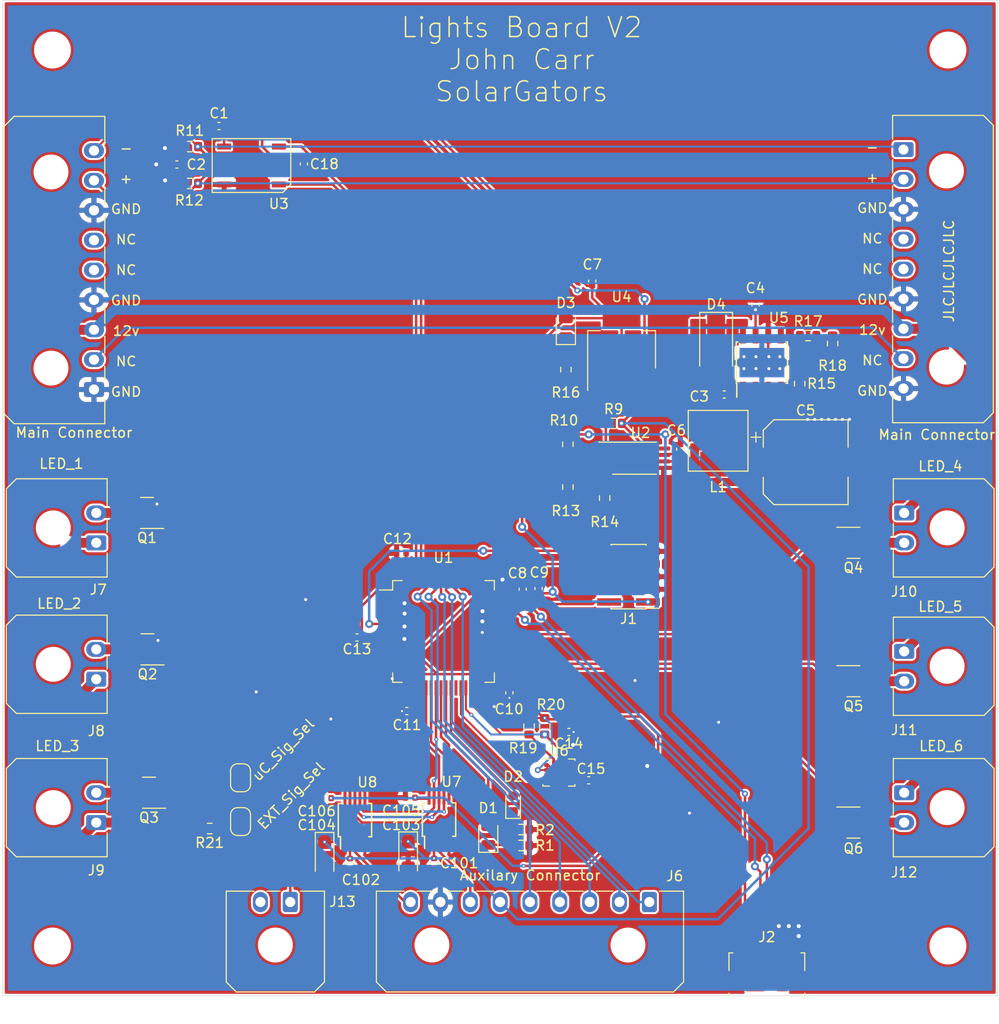
<source format=kicad_pcb>
(kicad_pcb (version 20211014) (generator pcbnew)
  (layers (0 "F.Cu" signal) (31 "B.Cu" signal) (34 "B.Paste" user) (35 "F.Paste" user) (36 "B.SilkS" user "B.Silkscreen") (37 "F.SilkS" user "F.Silkscreen") (38 "B.Mask" user) (39 "F.Mask" user) (44 "Edge.Cuts" user))
  (net 0 "")
  (net 1 "GND")
  (net 2 "Net-(C2-Pad1)")
  (net 3 "Net-(C3-Pad2)")
  (net 4 "Net-(C3-Pad1)")
  (net 5 "/5v_Reg")
  (net 6 "+5V")
  (net 7 "+3V3")
  (net 8 "/Board_OK")
  (net 9 "Net-(D1-Pad1)")
  (net 10 "/Error")
  (net 11 "Net-(D2-Pad1)")
  (net 12 "Net-(D3-Pad1)")
  (net 13 "/NRST")
  (net 14 "/TCK")
  (net 15 "/TMS")
  (net 17 "/D+")
  (net 18 "/D-")
  (net 19 "/5v_USB")
  (net 20 "/12v_T")
  (net 21 "/CAN-")
  (net 22 "/CAN+")
  (net 23 "/Aux_C5")
  (net 24 "/Aux_C4")
  (net 25 "/Aux_C3")
  (net 26 "/Aux_C2")
  (net 27 "/Aux_C1")
  (net 28 "/LED_1")
  (net 29 "/LED_2")
  (net 30 "/LED_3")
  (net 31 "/LED_4")
  (net 32 "/LED_5")
  (net 33 "/LED_6")
  (net 34 "/LED1_EN")
  (net 35 "/LED2_EN")
  (net 36 "/LED3_EN")
  (net 37 "/LED4_EN")
  (net 38 "/LED5_EN")
  (net 39 "/LED6_EN")
  (net 40 "/PWR_STAT")
  (net 41 "/VSNS")
  (net 42 "Net-(R14-Pad1)")
  (net 43 "/VSENSE")
  (net 44 "/TXD")
  (net 45 "/RXD")
  (net 46 "/EXT")
  (net 47 "/LED3_EN_uC")
  (net 48 "/INT1_IMU")
  (net 50 "Net-(R17-Pad2)")
  (net 51 "/SDA_IMU")
  (net 52 "/SCL_IMU")
  (net 54 "+12V")
  (net 55 "/Break")
  (net 56 "/Throttle")
  (net 57 "/ADC_MISO")
  (net 58 "/ADC_Clk")
  (net 59 "/Throttle_CS")
  (net 60 "/Break_CS")
  (net 63 "unconnected-(J2-Pad6)")
  (net 85 "/ADC_MOSI")
  (footprint "Capacitor_SMD:C_0402_1005Metric" (layer "F.Cu") (at 117.5 66.5 180)
    (fp_text reference "C2")
    (fp_text value "100nF")
  )
  (footprint "Capacitor_SMD:C_0402_1005Metric" (layer "F.Cu") (at 172.515 89.6)
    (fp_text reference "C3")
    (fp_text value "0.01uF")
  )
  (footprint "Capacitor_SMD:C_0402_1005Metric" (layer "F.Cu") (at 175.66 80.595 90)
    (fp_text reference "C4")
    (fp_text value "100nF")
  )
  (footprint "Capacitor_SMD:CP_Elec_8x5.4" (layer "F.Cu") (at 180.7 96.4)
    (fp_text reference "C5")
    (fp_text value "220uF")
  )
  (footprint "Capacitor_SMD:C_0402_1005Metric" (layer "F.Cu") (at 168.1 95.1 90)
    (fp_text reference "C6")
    (fp_text value "1uF")
  )
  (footprint "Capacitor_SMD:C_0402_1005Metric" (layer "F.Cu") (at 159.25 78.2 90)
    (fp_text reference "C7")
    (fp_text value "1uF")
  )
  (footprint "LED_SMD:LED_0805_2012Metric" (layer "F.Cu") (at 148.8 133.9 90)
    (fp_text reference "D1")
    (fp_text value "Board OK")
  )
  (footprint "LED_SMD:LED_0603_1608Metric" (layer "F.Cu") (at 151.3 130.7 90)
    (fp_text reference "D2")
    (fp_text value "Error")
  )
  (footprint "LED_SMD:LED_0805_2012Metric" (layer "F.Cu") (at 156.6 82.9 90)
    (fp_text reference "D3")
    (fp_text value "Brd_ON")
  )
  (footprint "Diode_SMD:D_SMA" (layer "F.Cu") (at 171.7 84.75 -90)
    (fp_text reference "D4")
    (fp_text value "SS54")
  )
  (footprint "MountingHole:MountingHole_3.2mm_M3" (layer "F.Cu") (at 105 55)
    (fp_text reference "H1" hide)
    (fp_text value "MountingHole")
  )
  (footprint "MountingHole:MountingHole_3.2mm_M3" (layer "F.Cu") (at 195 55)
    (fp_text reference "H2" hide)
    (fp_text value "MountingHole")
  )
  (footprint "MountingHole:MountingHole_3.2mm_M3" (layer "F.Cu") (at 195 145)
    (fp_text reference "H3" hide)
    (fp_text value "MountingHole")
  )
  (footprint "Connector_PinHeader_1.27mm:PinHeader_2x05_P1.27mm_Vertical_SMD" (layer "F.Cu") (at 162.9 107.9 180)
    (fp_text reference "J1")
    (fp_text value "Conn_ARM_JTAG_SWD_10")
  )
  (footprint "Connector_USB:USB_Micro-B_Molex_47346-0001" (layer "F.Cu") (at 176.8 147.4)
    (fp_text reference "J2")
    (fp_text value "USB_B_Micro")
  )
  (footprint "Connector_Molex:Molex_Micro-Fit_3.0_43650-0900_1x09_P3.00mm_Horizontal" (layer "F.Cu") (at 190.53 65 -90)
    (fp_text reference "J3" hide)
    (fp_text value "Main Connection")
  )
  (footprint "Connector_Molex:Molex_Micro-Fit_3.0_43650-0900_1x09_P3.00mm_Horizontal" (layer "F.Cu") (at 164.99 140.58 180)
    (fp_text reference "J6")
    (fp_text value "MCU Interface")
  )
  (footprint "Connector_Molex:Molex_Micro-Fit_3.0_43650-0200_1x02_P3.00mm_Horizontal" (layer "F.Cu") (at 109.4 104.5 90)
    (fp_text reference "J7")
    (fp_text value "LED 1")
  )
  (footprint "Connector_Molex:Molex_Micro-Fit_3.0_43650-0200_1x02_P3.00mm_Horizontal" (layer "F.Cu") (at 109.4 118.2 90)
    (fp_text reference "J8")
    (fp_text value "LED 2")
  )
  (footprint "Connector_Molex:Molex_Micro-Fit_3.0_43650-0200_1x02_P3.00mm_Horizontal" (layer "F.Cu") (at 109.4 132.6 90)
    (fp_text reference "J9")
    (fp_text value "LED 3")
  )
  (footprint "JohnLib:L_Panasonic_YFP" (layer "F.Cu") (at 171.9 96.6 90)
    (fp_text reference "L1")
    (fp_text value "22uH")
  )
  (footprint "Resistor_SMD:R_0603_1608Metric" (layer "F.Cu") (at 152.1 133.3 180)
    (fp_text reference "R2")
    (fp_text value "200")
  )
  (footprint "Resistor_SMD:R_0603_1608Metric" (layer "F.Cu") (at 161.4 92.5)
    (fp_text reference "R9")
    (fp_text value "10k")
  )
  (footprint "Resistor_SMD:R_0603_1608Metric" (layer "F.Cu") (at 156.8 94.6 -90)
    (fp_text reference "R10")
    (fp_text value "10k")
  )
  (footprint "Resistor_SMD:R_0603_1608Metric" (layer "F.Cu") (at 118.8125 64.7 180)
    (fp_text reference "R11")
    (fp_text value "60")
  )
  (footprint "Resistor_SMD:R_0603_1608Metric" (layer "F.Cu") (at 118.8 68.4 180)
    (fp_text reference "R12")
    (fp_text value "60")
  )
  (footprint "Resistor_SMD:R_0603_1608Metric" (layer "F.Cu") (at 156.8 98.9 -90)
    (fp_text reference "R13")
    (fp_text value "10k")
  )
  (footprint "Resistor_SMD:R_0603_1608Metric" (layer "F.Cu") (at 160.5 100 -90)
    (fp_text reference "R14")
    (fp_text value "220")
  )
  (footprint "Resistor_SMD:R_0603_1608Metric" (layer "F.Cu") (at 156.6 87.1 -90)
    (fp_text reference "R16")
    (fp_text value "10k")
  )
  (footprint "Resistor_SMD:R_0603_1608Metric" (layer "F.Cu") (at 180.94 83.68)
    (fp_text reference "R17")
    (fp_text value "2.2k")
  )
  (footprint "Package_SO:TI_SO-PowerPAD-8_ThermalVias" (layer "F.Cu") (at 176.3 86.4 90)
    (fp_text reference "U5")
    (fp_text value "TPS5430DDA")
  )
  (footprint "MountingHole:MountingHole_3.2mm_M3" (layer "F.Cu") (at 105 145)
    (fp_text reference "H4" hide)
    (fp_text value "MountingHole")
  )
  (footprint "Package_QFP:LQFP-64_10x10mm_P0.5mm" (layer "F.Cu") (at 144.3 113.4)
    (fp_text reference "U1")
    (fp_text value "STM32F072RBTx")
  )
  (footprint "Package_TO_SOT_SMD:SOT-223-3_TabPin2" (layer "F.Cu") (at 162.2 85.1 90)
    (fp_text reference "U4")
    (fp_text value "AMS1117-5.0")
  )
  (footprint "Package_SO:TSSOP-8_4.4x3mm_P0.65mm" (layer "F.Cu") (at 163.5 96)
    (fp_text reference "U2")
    (fp_text value "TPS2113")
  )
  (footprint "JohnLib:SOIC-8" (layer "F.Cu") (at 125 66.6 90)
    (fp_text reference "U3")
    (fp_text value "TCAN1042xV")
  )
  (footprint "Resistor_SMD:R_0603_1608Metric" (layer "F.Cu") (at 152.1 134.9 180)
    (fp_text reference "R1")
    (fp_text value "200")
  )
  (footprint "Connector_Molex:Molex_Micro-Fit_3.0_43650-0200_1x02_P3.00mm_Horizontal" (layer "F.Cu") (at 190.6 115.4 -90)
    (fp_text reference "J11")
    (fp_text value "LED 5")
  )
  (footprint "Connector_Molex:Molex_Micro-Fit_3.0_43650-0200_1x02_P3.00mm_Horizontal" (layer "F.Cu") (at 190.6 101.5 -90)
    (fp_text reference "J10")
    (fp_text value "LED 4")
  )
  (footprint "Connector_Molex:Molex_Micro-Fit_3.0_43650-0200_1x02_P3.00mm_Horizontal" (layer "F.Cu") (at 190.6 129.6 -90)
    (fp_text reference "J12")
    (fp_text value "LED 6")
  )
  (footprint "Connector_Molex:Molex_Micro-Fit_3.0_43650-0900_1x09_P3.00mm_Horizontal" (layer "F.Cu") (at 109.17 89.1 90)
    (fp_text reference "J5" hide)
    (fp_text value "Main Connection")
  )
  (footprint "Connector_Molex:Molex_Micro-Fit_3.0_43650-0200_1x02_P3.00mm_Horizontal" (layer "F.Cu") (at 128.9 140.58 180)
    (fp_text reference "J13")
    (fp_text value "OD_In")
  )
  (footprint "Jumper:SolderJumper-2_P1.3mm_Open_RoundedPad1.0x1.5mm" (layer "F.Cu") (at 123.9 128.1 90)
    (fp_text reference "JP3" hide)
    (fp_text value "LED_uC")
  )
  (footprint "Jumper:SolderJumper-2_P1.3mm_Open_RoundedPad1.0x1.5mm" (layer "F.Cu") (at 123.9 132.5 -90)
    (fp_text reference "JP4" hide)
    (fp_text value "LED_Ext")
  )
  (footprint "Resistor_SMD:R_0603_1608Metric" (layer "F.Cu") (at 120.8 133.2 180)
    (fp_text reference "R21")
    (fp_text value "150k")
  )
  (footprint "Capacitor_SMD:C_0402_1005Metric" (layer "F.Cu") (at 121.735 62.64 180)
    (fp_text reference "C1")
    (fp_text value "100nF")
  )
  (footprint "Capacitor_SMD:C_0402_1005Metric" (layer "F.Cu") (at 152.26 109.16 90)
    (fp_text reference "C8")
    (fp_text value "10nF")
  )
  (footprint "Capacitor_SMD:C_0402_1005Metric" (layer "F.Cu") (at 153.85 109.085 90)
    (fp_text reference "C9")
    (fp_text value "1uF")
  )
  (footprint "Capacitor_SMD:C_0402_1005Metric" (layer "F.Cu") (at 150.92 119.565 -90)
    (fp_text reference "C10")
    (fp_text value "100nF")
  )
  (footprint "Capacitor_SMD:C_0402_1005Metric" (layer "F.Cu") (at 140.065 105.56 180)
    (fp_text reference "C12")
    (fp_text value "100nF")
  )
  (footprint "Capacitor_SMD:C_0402_1005Metric" (layer "F.Cu") (at 135.605 114.01 180)
    (fp_text reference "C13")
    (fp_text value "4.7uF")
  )
  (footprint "Capacitor_SMD:C_0402_1005Metric" (layer "F.Cu") (at 140.615 121.4 180)
    (fp_text reference "C11")
    (fp_text value "100nF")
  )
  (footprint "Resistor_SMD:R_0603_1608Metric" (layer "F.Cu") (at 183.41 84.4825 -90)
    (fp_text reference "R18")
    (fp_text value "1K")
  )
  (footprint "Package_TO_SOT_SMD:SOT-23" (layer "F.Cu") (at 114.5 101.5 180)
    (fp_text reference "Q1")
    (fp_text value "AO3400A")
  )
  (footprint "Package_TO_SOT_SMD:SOT-23" (layer "F.Cu") (at 114.55 115.2 180)
    (fp_text reference "Q2")
    (fp_text value "AO3400A")
  )
  (footprint "Package_TO_SOT_SMD:SOT-23" (layer "F.Cu") (at 114.7 129.6 180)
    (fp_text reference "Q3")
    (fp_text value "AO3400A")
  )
  (footprint "Package_TO_SOT_SMD:SOT-23" (layer "F.Cu") (at 185.5 104.5)
    (fp_text reference "Q4")
    (fp_text value "AO3400A")
  )
  (footprint "Package_TO_SOT_SMD:SOT-23" (layer "F.Cu") (at 185.5 118.4)
    (fp_text reference "Q5")
    (fp_text value "AO3400A")
  )
  (footprint "Package_TO_SOT_SMD:SOT-23" (layer "F.Cu") (at 185.5 132.6)
    (fp_text reference "Q6")
    (fp_text value "AO3400A")
  )
  (footprint "Capacitor_SMD:C_0402_1005Metric" (layer "F.Cu") (at 130.27 66.445 -90)
    (fp_text reference "C18")
    (fp_text value "100nF")
  )
  (footprint "Resistor_SMD:R_0603_1608Metric" (layer "F.Cu") (at 180.1 88.5125 90)
    (fp_text reference "R15")
    (fp_text value "10k")
  )
  (footprint "Capacitor_Tantalum_SMD:CP_EIA-3216-18_Kemet-A" (layer "F.Cu") (at 140.75 135.85 -90)
    (fp_text reference "C103")
    (fp_text value "10uF")
  )
  (footprint "Package_SO:MSOP-10_3x3mm_P0.5mm" (layer "F.Cu") (at 135.4 132.35 90)
    (fp_text reference "U8")
    (fp_text value "MCP33151")
  )
  (footprint "Capacitor_SMD:C_0402_1005Metric" (layer "F.Cu") (at 156.905 123.5 180)
    (fp_text reference "C14")
    (fp_text value "10nF")
  )
  (footprint "Resistor_SMD:R_0603_1608Metric" (layer "F.Cu") (at 154.475 122.925 -90)
    (fp_text reference "R20")
    (fp_text value "2.2k")
  )
  (footprint "Capacitor_SMD:C_0402_1005Metric" (layer "F.Cu") (at 158.895 128.35)
    (fp_text reference "C15")
    (fp_text value "100nF")
  )
  (footprint "Resistor_SMD:R_0603_1608Metric" (layer "F.Cu") (at 152.9 122.925 -90)
    (fp_text reference "R19")
    (fp_text value "2.2k")
  )
  (footprint "Capacitor_Tantalum_SMD:CP_EIA-3216-18_Kemet-A" (layer "F.Cu") (at 132.35 135.9 -90)
    (fp_text reference "C104")
    (fp_text value "10uF")
  )
  (footprint "Package_SO:MSOP-10_3x3mm_P0.5mm" (layer "F.Cu") (at 143.85 132.3 90)
    (fp_text reference "U7")
    (fp_text value "MCP33151")
  )
  (footprint "Package_LGA:LGA-14_3x2.5mm_P0.5mm_LayoutBorder3x4y" (layer "F.Cu") (at 155.9 127.575)
    (fp_text reference "U6")
    (fp_text value "LSM6DS3")
  )
  (footprint "Capacitor_SMD:C_0402_1005Metric" (layer "F.Cu") (at 132.53 130.15)
    (fp_text reference "C106")
    (fp_text value "100nF")
  )
  (footprint "Capacitor_SMD:C_0402_1005Metric" (layer "F.Cu") (at 143.35 136.68 -90)
    (fp_text reference "C101")
    (fp_text value "1uF")
  )
  (footprint "Capacitor_SMD:C_0402_1005Metric" (layer "F.Cu") (at 140.95 130.1)
    (fp_text reference "C105")
    (fp_text value "100nF")
  )
  (footprint "Capacitor_SMD:C_0402_1005Metric" (layer "F.Cu") (at 134.9 136.7 -90)
    (fp_text reference "C102")
    (fp_text value "1uF")
  )
  (gr_line (start 100 50) (end 100 150) (layer "Edge.Cuts") (width 0.05))
  (gr_line (start 100 150) (end 200 150) (layer "Edge.Cuts") (width 0.05))
  (gr_line (start 200 50) (end 100 50) (layer "Edge.Cuts") (width 0.05))
  (gr_line (start 200 150) (end 200 50) (layer "Edge.Cuts") (width 0.05))
  (gr_text "Main Connector" (at 193.88 93.64) (layer "F.SilkS") (effects (font (size 1 1))))
  (gr_text "LED_6" (at 194.33 124.91) (layer "F.SilkS") (effects (font (size 1 1))))
  (gr_text "EXT_Sig_Sel" (at 129 129.9 45) (layer "F.SilkS") (effects (font (size 1 1))))
  (gr_text "uC_Sig_Sel" (at 128.2 125.3 45) (layer "F.SilkS") (effects (font (size 1 1))))
  (gr_text "JLCJLCJLCJLC" (at 195.1 77.2 90) (layer "F.SilkS") (effects (font (size 1 1))))
  (gr_text "Lights Board V2\nJohn Carr\nSolarGators" (at 152.15 55.95) (layer "F.SilkS") (effects (font (size 2 2))))
  (gr_text "Main Connector" (at 107.16 93.43) (layer "F.SilkS") (effects (font (size 1 1))))
  (gr_text "LED_3" (at 105.5 124.91) (layer "F.SilkS") (effects (font (size 1 1))))
  (gr_text "LED_2" (at 105.68 110.6) (layer "F.SilkS") (effects (font (size 1 1))))
  (gr_text "-\n\n+\n\nGND\n\nNC\n\nNC\n\nGND\n\n12v\n\nNC\n\nGND\n" (at 112.4 77.1) (layer "F.SilkS") (effects (font (size 0.95 1))))
  (gr_text "LED_5" (at 194.24 110.91) (layer "F.SilkS") (effects (font (size 1 1))))
  (gr_text "-\n\n+\n\nGND\n\nNC\n\nNC\n\nGND\n\n12v\n\nNC\n\nGND\n" (at 187.4 77) (layer "F.SilkS") (effects (font (size 0.95 1))))
  (gr_text "LED_4" (at 194.24 96.81) (layer "F.SilkS") (effects (font (size 1 1))))
  (gr_text "LED_1" (at 105.9 96.55) (layer "F.SilkS") (effects (font (size 1 1))))
  (gr_text "Auxilary Connector" (at 153.01 137.9) (layer "F.SilkS") (effects (font (size 1 1))))
  (segment (start 156.4 129.375) (end 156.225 129.55) (width 0.2) (layer "F.Cu") (net 1))
  (segment (start 176.935 83.7) (end 176.935 85.765) (width 0.25) (layer "F.Cu") (net 1))
  (segment (start 156.4 128.4875) (end 156.4 129.375) (width 0.2) (layer "F.Cu") (net 1))
  (via (at 180 144) (size 0.8) (drill 0.4) (layers "F.Cu" "B.Cu") (net 1))
  (via (at 148.21 112.39) (size 0.8) (drill 0.4) (layers "F.Cu" "B.Cu") (net 1))
  (via (at 184.4 92.1) (size 0.6) (drill 0.3) (layers "F.Cu" "B.Cu") (net 1))
  (via (at 116.3 64.85) (size 0.8) (drill 0.4) (layers "F.Cu" "B.Cu") (net 1))
  (via (at 183.7 92.1) (size 0.6) (drill 0.3) (layers "F.Cu" "B.Cu") (net 1))
  (via (at 150.23 108.19) (size 0.8) (drill 0.4) (layers "F.Cu" "B.Cu") (net 1))
  (via (at 115.6 114.3) (size 0.6) (drill 0.3) (layers "F.Cu" "B.Cu") (net 1))
  (via (at 157.375 123.5) (size 0.4) (drill 0.2) (layers "F.Cu" "B.Cu") (net 1))
  (via (at 163.55 118.325) (size 0.6) (drill 0.3) (layers "F.Cu" "B.Cu") (net 1))
  (via (at 157.325 124.8) (size 0.8) (drill 0.4) (layers "F.Cu" "B.Cu") (net 1))
  (via (at 178 143) (size 0.8) (drill 0.4) (layers "F.Cu" "B.Cu") (net 1))
  (via (at 140.125 121.4) (size 0.4) (drill 0.2) (layers "F.Cu" "B.Cu") (net 1))
  (via (at 132.975 122.2) (size 0.6) (drill 0.3) (layers "F.Cu" "B.Cu") (net 1))
  (via (at 139.15 118.15) (size 0.6) (drill 0.3) (layers "F.Cu" "B.Cu") (net 1))
  (via (at 148.2 113.5) (size 0.6) (drill 0.3) (layers "F.Cu" "B.Cu") (net 1))
  (via (at 185.1 92.1) (size 0.6) (drill 0.3) (layers "F.Cu" "B.Cu") (net 1))
  (via (at 125.475 119.475) (size 0.6) (drill 0.3) (layers "F.Cu" "B.Cu") (net 1))
  (via (at 180 143) (size 0.8) (drill 0.4) (layers "F.Cu" "B.Cu") (net 1))
  (via (at 116.32 68.1) (size 0.8) (drill 0.4) (layers "F.Cu" "B.Cu") (net 1))
  (via (at 183 92.1) (size 0.6) (drill 0.3) (layers "F.Cu" "B.Cu") (net 1))
  (via (at 140.38 110.57) (size 0.8) (drill 0.4) (layers "F.Cu" "B.Cu") (net 1))
  (via (at 171.95 122.525) (size 0.6) (drill 0.3) (layers "F.Cu" "B.Cu") (net 1))
  (via (at 149.4 120.95) (size 0.6) (drill 0.3) (layers "F.Cu" "B.Cu") (net 1))
  (via (at 181.6 92.1) (size 0.6) (drill 0.3) (layers "F.Cu" "B.Cu") (net 1))
  (via (at 140.39 111.61) (size 0.8) (drill 0.4) (layers "F.Cu" "B.Cu") (net 1))
  (via (at 140.37 114.16) (size 0.8) (drill 0.4) (layers "F.Cu" "B.Cu") (net 1))
  (via (at 150.925 120.075) (size 0.4) (drill 0.2) (layers "F.Cu" "B.Cu") (net 1))
  (via (at 148.22 111.37) (size 0.8) (drill 0.4) (layers "F.Cu" "B.Cu") (net 1))
  (via (at 179 143) (size 0.8) (drill 0.4) (layers "F.Cu" "B.Cu") (net 1))
  (via (at 164.78 126.91) (size 0.8) (drill 0.4) (layers "F.Cu" "B.Cu") (net 1))
  (via (at 169.025 131.65) (size 0.6) (drill 0.3) (layers "F.Cu" "B.Cu") (net 1))
  (via (at 115.43 66.49) (size 0.8) (drill 0.4) (layers "F.Cu" "B.Cu") (net 1))
  (via (at 115.5 100.6) (size 0.6) (drill 0.3) (layers "F.Cu" "B.Cu") (net 1))
  (via (at 130.45 110.2) (size 0.6) (drill 0.3) (layers "F.Cu" "B.Cu") (net 1))
  (via (at 180.9 92.1) (size 0.6) (drill 0.3) (layers "F.Cu" "B.Cu") (net 1))
  (via (at 140.38 112.9) (size 0.8) (drill 0.4) (layers "F.Cu" "B.Cu") (net 1))
  (via (at 182.3 92.1) (size 0.6) (drill 0.3) (layers "F.Cu" "B.Cu") (net 1))
  (segment (start 117.985 66.5) (end 117.985 64.74) (width 0.25) (layer "F.Cu") (net 2))
  (segment (start 118.0125 68.4) (end 118.0125 66.5275) (width 0.25) (layer "F.Cu") (net 2))
  (segment (start 172.995 89.6) (end 173.895 89.6) (width 0.25) (layer "F.Cu") (net 3))
  (segment (start 173.895 89.6) (end 174.395 89.1) (width 0.25) (layer "F.Cu") (net 3))
  (segment (start 166.45 96.325) (end 171.625 96.325) (width 0.25) (layer "F.Cu") (net 5))
  (segment (start 180.1 96.7) (end 180.1 89.3) (width 0.25) (layer "F.Cu") (net 5))
  (segment (start 178.15 96.9) (end 179.9 96.9) (width 0.25) (layer "F.Cu") (net 5))
  (segment (start 179.9 96.9) (end 180.1 96.7) (width 0.25) (layer "F.Cu") (net 5))
  (segment (start 162.19375 92.49375) (end 164.5 90.1875) (width 0.25) (layer "F.Cu") (net 6))
  (segment (start 143.35 136.2) (end 143.35 134.5) (width 0.25) (layer "F.Cu") (net 6))
  (segment (start 132.35 134.55) (end 134.4 134.55) (width 0.25) (layer "F.Cu") (net 6))
  (segment (start 126.07 64.06) (end 126.48 63.65) (width 0.25) (layer "F.Cu") (net 6))
  (segment (start 164.5 80.02) (end 164.5 88.25) (width 0.25) (layer "F.Cu") (net 6))
  (segment (start 166.45 95.675) (end 165.3625 95.675) (width 0.25) (layer "F.Cu") (net 6))
  (segment (start 130.265 65.965) (end 127.75 65.965) (width 0.25) (layer "F.Cu") (net 6))
  (segment (start 164.51 80.01) (end 164.5 80.02) (width 0.25) (layer "F.Cu") (net 6))
  (segment (start 127.35 65.965) (end 126.07 64.685) (width 0.25) (layer "F.Cu") (net 6))
  (segment (start 168.2 95.585) (end 166.54 95.585) (width 0.25) (layer "F.Cu") (net 6))
  (segment (start 164.5 90.1875) (end 164.5 88.25) (width 0.25) (layer "F.Cu") (net 6))
  (segment (start 142.25 63.65) (end 157.749999 79.149999) (width 0.25) (layer "F.Cu") (net 6))
  (segment (start 126.07 64.685) (end 126.07 64.06) (width 0.25) (layer "F.Cu") (net 6))
  (segment (start 134.9 136.2) (end 134.9 134.55) (width 0.25) (layer "F.Cu") (net 6))
  (segment (start 140.75 134.5) (end 142.85 134.5) (width 0.25) (layer "F.Cu") (net 6))
  (segment (start 126.48 63.65) (end 142.25 63.65) (width 0.25) (layer "F.Cu") (net 6))
  (segment (start 165.3625 95.675) (end 162.1875 92.5) (width 0.25) (layer "F.Cu") (net 6))
  (via (at 132.35 134.55) (size 0.4) (drill 0.2) (layers "F.Cu" "B.Cu") (net 6))
  (via (at 140.75 134.5) (size 0.4) (drill 0.2) (layers "F.Cu" "B.Cu") (net 6))
  (via (at 157.749999 79.149999) (size 0.6) (drill 0.3) (layers "F.Cu" "B.Cu") (net 6))
  (via (at 164.51 80.01) (size 0.8) (drill 0.4) (layers "F.Cu" "B.Cu") (net 6))
  (via (at 162.19375 92.49375) (size 0.6) (drill 0.3) (layers "F.Cu" "B.Cu") (net 6))
  (via (at 143.35 136.2) (size 0.4) (drill 0.2) (layers "F.Cu" "B.Cu") (net 6))
  (via (at 134.9 136.2) (size 0.4) (drill 0.2) (layers "F.Cu" "B.Cu") (net 6))
  (segment (start 164.51 80.01) (end 164.51 79.99) (width 0.25) (layer "B.Cu") (net 6))
  (segment (start 181 106.926998) (end 181 133.173002) (width 0.25) (layer "B.Cu") (net 6))
  (segment (start 166.566752 92.49375) (end 181 106.926998) (width 0.25) (layer "B.Cu") (net 6))
  (segment (start 151.7 142.3) (end 149.99 140.59) (width 0.25) (layer "B.Cu") (net 6))
  (segment (start 142.45 136.2) (end 140.75 134.5) (width 0.25) (layer "B.Cu") (net 6))
  (segment (start 134 136.2) (end 134.9 136.2) (width 0.25) (layer "B.Cu") (net 6))
  (segment (start 132.35 134.55) (end 134 136.2) (width 0.25) (layer "B.Cu") (net 6))
  (segment (start 163.669999 79.149999) (end 157.749999 79.149999) (width 0.25) (layer "B.Cu") (net 6))
  (segment (start 134.9 136.2) (end 145.61 136.2) (width 0.25) (layer "B.Cu") (net 6))
  (segment (start 171.873002 142.3) (end 151.7 142.3) (width 0.25) (layer "B.Cu") (net 6))
  (segment (start 162.19375 92.49375) (end 166.566752 92.49375) (width 0.25) (layer "B.Cu") (net 6))
  (segment (start 181 133.173002) (end 171.873002 142.3) (width 0.25) (layer "B.Cu") (net 6))
  (segment (start 164.51 79.99) (end 163.669999 79.149999) (width 0.25) (layer "B.Cu") (net 6))
  (segment (start 145.61 136.2) (end 149.99 140.58) (width 0.25) (layer "B.Cu") (net 6))
  (segment (start 152.2 86.3375) (end 152.2 102.9) (width 0.25) (layer "F.Cu") (net 7))
  (segment (start 142.10548 62.05548) (end 122.64452 62.05548) (width 0.25) (layer "F.Cu") (net 7))
  (segment (start 159.25 78.685) (end 158.735 78.685) (width 0.25) (layer "F.Cu") (net 7))
  (segment (start 156.425 123.5) (end 156.425 126.6375) (width 0.2) (layer "F.Cu") (net 7))
  (segment (start 164.065489 121.945489) (end 165.875 123.755) (width 0.25) (layer "F.Cu") (net 7))
  (segment (start 165.875 129.835) (end 158.76 136.95) (width 0.25) (layer "F.Cu") (net 7))
  (segment (start 136.09 114.43) (end 137.31 115.65) (width 0.25) (layer "F.Cu") (net 7))
  (segment (start 158.76 136.95) (end 152.35 136.95) (width 0.25) (layer "F.Cu") (net 7))
  (segment (start 148.05 118.2) (end 148.05 119.075) (width 0.25) (layer "F.Cu") (net 7))
  (segment (start 141.62 115.65) (end 147.62 109.65) (width 0.25) (layer "F.Cu") (net 7))
  (segment (start 158.170489 128.105489) (end 158.170489 122.545489) (width 0.2) (layer "F.Cu") (net 7))
  (segment (start 141.55 130.2) (end 142.85 130.2) (width 0.25) (layer "F.Cu") (net 7))
  (segment (start 154.51 122.25) (end 154.535 122.225) (width 0.25) (layer "F.Cu") (net 7))
  (segment (start 153.85 109.57) (end 155.12 109.57) (width 0.25) (layer "F.Cu") (net 7))
  (segment (start 157.85 122.225) (end 158.290386 122.225) (width 0.25) (layer "F.Cu") (net 7))
  (segment (start 141.43 130.1) (end 142.85 130.1) (width 0.25) (layer "F.Cu") (net 7))
  (segment (start 158.290386 122.225) (end 158.569897 121.945489) (width 0.25) (layer "F.Cu") (net 7))
  (segment (start 136.09 110.844298) (end 139.209298 107.725) (width 0.25) (layer "F.Cu") (net 7))
  (segment (start 141.55 119.075) (end 141.55 118) (width 0.25) (layer "F.Cu") (net 7))
  (segment (start 165.875 123.755) (end 165.875 129.835) (width 0.25) (layer "F.Cu") (net 7))
  (segment (start 162.2 88.25) (end 162.2 81.95) (width 0.25) (layer "F.Cu") (net 7))
  (segment (start 136.09 114.01) (end 136.09 110.844298) (width 0.25) (layer "F.Cu") (net 7))
  (segment (start 155.4 128.4875) (end 155.4 128.095349) (width 0.2) (layer "F.Cu") (net 7))
  (segment (start 139.209298 107.725) (end 140.55 107.725) (width 0.25) (layer "F.Cu") (net 7))
  (segment (start 149.975 109.65) (end 152.255 109.65) (width 0.25) (layer "F.Cu") (net 7))
  (segment (start 155.4 128.095349) (end 155.129651 127.825) (width 0.2) (layer "F.Cu") (net 7))
  (segment (start 150.92 119.08) (end 151.34 119.08) (width 0.25) (layer "F.Cu") (net 7))
  (segment (start 122.25 64.695) (end 122.25 62.72) (width 0.25) (layer "F.Cu") (net 7))
  (segment (start 151.34 119.08) (end 154.51 122.25) (width 0.25) (layer "F.Cu") (net 7))
  (segment (start 147.62 109.65) (end 149.975 109.65) (width 0.25) (layer "F.Cu") (net 7))
  (segment (start 156.425 123.5) (end 156.425 122.3) (width 0.2) (layer "F.Cu") (net 7))
  (segment (start 155.12 109.57) (end 155.27 109.42) (width 0.25) (layer "F.Cu") (net 7))
  (segment (start 141.55 118) (end 141.86 117.69) (width 0.25) (layer "F.Cu") (net 7))
  (segment (start 152.26 109.645) (end 153.775 109.645) (width 0.25) (layer "F.Cu") (net 7))
  (segment (start 156.6 81.9375) (end 152.2 86.3375) (width 0.25) (layer "F.Cu") (net 7))
  (segment (start 156.5 122.225) (end 157.85 122.225) (width 0.25) (layer "F.Cu") (net 7))
  (segment (start 136.09 114.01) (end 136.09 114.43) (width 0.25) (layer "F.Cu") (net 7))
  (segment (start 152.9 122.1) (end 154.475 122.1) (width 0.2) (layer "F.Cu") (net 7))
  (segment (start 122.64452 62.05548) (end 122.23 62.47) (width 0.25) (layer "F.Cu") (net 7))
  (segment (start 143.64 117.69) (end 147.54 117.69) (width 0.25) (layer "F.Cu") (net 7))
  (segment (start 137.31 115.65) (end 138.625 115.65) (width 0.25) (layer "F.Cu") (net 7))
  (segment (start 159.25 79.9) (end 159.25 78.685) (width 0.25) (layer "F.Cu") (net 7))
  (segment (start 156.425 122.3) (end 156.5 122.225) (width 0.2) (layer "F.Cu") (net 7))
  (segment (start 154.7375 126.825) (end 154.7375 127.325) (width 0.2) (layer "F.Cu") (net 7))
  (segment (start 156.425 126.6375) (end 156.4 126.6625) (width 0.2) (layer "F.Cu") (net 7))
  (segment (start 147.54 117.69) (end 148.05 118.2) (width 0.25) (layer "F.Cu") (net 7))
  (segment (start 156.6 81.9375) (end 162.1875 81.9375) (width 0.25) (layer "F.Cu") (net 7))
  (segment (start 158.415 128.35) (end 158.170489 128.105489) (width 0.2) (layer "F.Cu") (net 7))
  (segment (start 141.55 120.95) (end 141.55 119.075) (width 0.25) (layer "F.Cu") (net 7))
  (segment (start 158.569897 121.945489) (end 164.065489 121.945489) (width 0.25) (layer "F.Cu") (net 7))
  (segment (start 158.735 78.685) (end 142.10548 62.05548) (width 0.25) (layer "F.Cu") (net 7))
  (segment (start 158.39 128.325) (end 158.415 128.35) (width 0.2) (layer "F.Cu") (net 7))
  (segment (start 154.7375 127.325) (end 153.775 127.325) (width 0.2) (layer "F.Cu") (net 7))
  (segment (start 143.64 117.67) (end 143.64 117.69) (width 0.25) (layer "F.Cu") (net 7))
  (segment (start 138.625 115.65) (end 141.62 115.65) (width 0.25) (layer "F.Cu") (net 7))
  (segment (start 140.55 105.56) (end 140.55 107.725) (width 0.25) (layer "F.Cu") (net 7))
  (segment (start 158.170489 122.545489) (end 157.85 122.225) (width 0.2) (layer "F.Cu") (net 7))
  (segment (start 157.0625 128.325) (end 158.39 128.325) (width 0.2) (layer "F.Cu") (net 7))
  (segment (start 141.1 121.4) (end 141.55 120.95) (width 0.25) (layer "F.Cu") (net 7))
  (segment (start 141.62 115.65) (end 143.64 117.67) (width 0.25) (layer "F.Cu") (net 7))
  (segment (start 154.7375 127.325) (end 154.7375 127.825) (width 0.2) (layer "F.Cu") (net 7))
  (segment (start 154.535 122.225) (end 156.5 122.225) (width 0.25) (layer "F.Cu") (net 7))
  (segment (start 155.129651 127.825) (end 154.7375 127.825) (width 0.2) (layer "F.Cu") (net 7))
  (segment (start 141.86 117.69) (end 143.64 117.69) (width 0.25) (layer "F.Cu") (net 7))
  (segment (start 148.05 119.075) (end 150.915 119.075) (width 0.25) (layer "F.Cu") (net 7))
  (segment (start 133 130.15) (end 134.4 130.15) (width 0.25) (layer "F.Cu") (net 7))
  (segment (start 161.3 81.95) (end 159.25 79.9) (width 0.25) (layer "F.Cu") (net 7))
  (via (at 164.85 110.44) (size 0.6) (drill 0.3) (layers "F.Cu" "B.Cu") (net 7))
  (via (at 155.27 109.42) (size 0.8) (drill 0.4) (layers "F.Cu" "B.Cu") (net 7))
  (via (at 152.35 136.95) (size 0.4) (drill 0.2) (layers "F.Cu" "B.Cu") (net 7))
  (via (at 153.775 127.325) (size 0.6) (drill 0.3) (layers "F.Cu" "B.Cu") (net 7))
  (via (at 141.45 130.1) (size 0.4) (drill 0.2) (layers "F.Cu" "B.Cu") (net 7))
  (via (at 133 130.15) (size 0.4) (drill 0.2) (layers "F.Cu" "B.Cu") (net 7))
  (via (at 152.2 102.9) (size 0.8) (drill 0.4) (layers "F.Cu" "B.Cu") (net 7))
  (via (at 154.475 122.1) (size 0.4) (drill 0.2) (layers "F.Cu" "B.Cu") (net 7))
  (segment (start 144.4 130.1) (end 151.25 136.95) (width 0.25) (layer "B.Cu") (net 7))
  (segment (start 151.25 136.95) (end 152.35 136.95) (width 0.25) (layer "B.Cu") (net 7))
  (segment (start 133 130.15) (end 141.4 130.15) (width 0.25) (layer "B.Cu") (net 7))
  (segment (start 156.25 110.4) (end 155.27 109.42) (width 0.25) (layer "B.Cu") (net 7))
  (segment (start 153.775 127.325) (end 155.174511 125.925489) (width 0.2) (layer "B.Cu") (net 7))
  (segment (start 164.81 110.4) (end 156.25 110.4) (width 0.25) (layer "B.Cu") (net 7))
  (segment (start 141.45 130.1) (end 144.4 130.1) (width 0.25) (layer "B.Cu") (net 7))
  (segment (start 152.2 102.9) (end 155.27 105.97) (width 0.25) (layer "B.Cu") (net 7))
  (segment (start 155.174511 125.925489) (end 155.174511 122.799511) (width 0.2) (layer "B.Cu") (net 7))
  (segment (start 164.85 110.44) (end 164.81 110.4) (width 0.25) (layer "B.Cu") (net 7))
  (segment (start 141.4 130.15) (end 141.45 130.1) (width 0.25) (layer "B.Cu") (net 7))
  (segment (start 155.174511 122.799511) (end 154.475 122.1) (width 0.2) (layer "B.Cu") (net 7))
  (segment (start 155.27 105.97) (end 155.27 109.42) (width 0.25) (layer "B.Cu") (net 7))
  (segment (start 144.55 123.85) (end 148.8 128.1) (width 0.25) (layer "F.Cu") (net 8))
  (segment (start 144.55 119.075) (end 144.55 123.85) (width 0.25) (layer "F.Cu") (net 8))
  (segment (start 148.8 128.1) (end 148.8 132.9625) (width 0.25) (layer "F.Cu") (net 8))
  (segment (start 148.8 134.8375) (end 151.2125 134.8375) (width 0.25) (layer "F.Cu") (net 9))
  (segment (start 151.3 129.8) (end 145.05 123.55) (width 0.25) (layer "F.Cu") (net 10))
  (segment (start 145.05 123.55) (end 145.05 119.075) (width 0.25) (layer "F.Cu") (net 10))
  (segment (start 151.3 131.4875) (end 151.3 133.275) (width 0.25) (layer "F.Cu") (net 11))
  (segment (start 156.6 83.8625) (end 156.6 86.3125) (width 0.25) (layer "F.Cu") (net 12))
  (segment (start 148.3 105.3) (end 160.89 105.3) (width 0.25) (layer "F.Cu") (net 13))
  (segment (start 138.625 112.65) (end 136.829998 112.65) (width 0.25) (layer "F.Cu") (net 13))
  (via (at 148.3 105.3) (size 0.8) (drill 0.4) (layers "F.Cu" "B.Cu") (net 13))
  (via (at 136.829998 112.65) (size 0.8) (drill 0.4) (layers "F.Cu" "B.Cu") (net 13))
  (segment (start 136.829998 107.380002) (end 136.829998 112.65) (width 0.25) (layer "B.Cu") (net 13))
  (segment (start 148.3 105.3) (end 138.91 105.3) (width 0.25) (layer "B.Cu") (net 13))
  (segment (start 138.91 105.3) (end 136.829998 107.380002) (width 0.25) (layer "B.Cu") (net 13))
  (segment (start 148.05 107.725) (end 149.145 106.63) (width 0.25) (layer "F.Cu") (net 14))
  (segment (start 159.02 109.17) (end 160.95 109.17) (width 0.25) (layer "F.Cu") (net 14))
  (segment (start 156.48 106.63) (end 159.02 109.17) (width 0.25) (layer "F.Cu") (net 14))
  (segment (start 149.145 106.63) (end 156.48 106.63) (width 0.25) (layer "F.Cu") (net 14))
  (segment (start 159.5 110.44) (end 160.95 110.44) (width 0.25) (layer "F.Cu") (net 15))
  (segment (start 149.975 110.65) (end 159.29 110.65) (width 0.25) (layer "F.Cu") (net 15))
  (segment (start 159.29 110.65) (end 159.5 110.44) (width 0.25) (layer "F.Cu") (net 15))
  (segment (start 176.8 136.3) (end 176.8 145.94) (width 0.25) (layer "F.Cu") (net 17))
  (segment (start 153.318566 111.15) (end 154.086622 111.918056) (width 0.25) (layer "F.Cu") (net 17))
  (segment (start 149.975 111.15) (end 153.318566 111.15) (width 0.25) (layer "F.Cu") (net 17))
  (via (at 154.086622 111.918056) (size 0.8) (drill 0.4) (layers "F.Cu" "B.Cu") (net 17))
  (via (at 176.8 136.3) (size 0.8) (drill 0.4) (layers "F.Cu" "B.Cu") (net 17))
  (segment (start 176.8 134.631434) (end 154.086622 111.918056) (width 0.25) (layer "B.Cu") (net 17))
  (segment (start 176.8 136.3) (end 176.8 134.631434) (width 0.25) (layer "B.Cu") (net 17))
  (segment (start 151.89 111.65) (end 152.48 112.24) (width 0.25) (layer "F.Cu") (net 18))
  (segment (start 149.975 111.65) (end 151.89 111.65) (width 0.25) (layer "F.Cu") (net 18))
  (segment (start 175.6 137) (end 176.15 137.55) (width 0.25) (layer "F.Cu") (net 18))
  (segment (start 176.15 137.55) (end 176.15 145.94) (width 0.25) (layer "F.Cu") (net 18))
  (via (at 175.6 137) (size 0.8) (drill 0.4) (layers "F.Cu" "B.Cu") (net 18))
  (via (at 152.48 112.24) (size 0.8) (drill 0.4) (layers "F.Cu" "B.Cu") (net 18))
  (segment (start 175.6 137) (end 175.6 134.22) (width 0.25) (layer "B.Cu") (net 18))
  (segment (start 175.6 134.22) (end 154.019999 112.639999) (width 0.25) (layer "B.Cu") (net 18))
  (segment (start 154.019999 112.639999) (end 152.879999 112.639999) (width 0.25) (layer "B.Cu") (net 18))
  (segment (start 152.879999 112.639999) (end 152.48 112.24) (width 0.25) (layer "B.Cu") (net 18))
  (segment (start 166.6 93.6) (end 166.6 94.875) (width 0.25) (layer "F.Cu") (net 19))
  (segment (start 175.5 145) (end 174.6 144.1) (width 0.25) (layer "F.Cu") (net 19))
  (segment (start 166.6 94.875) (end 166.45 95.025) (width 0.25) (layer "F.Cu") (net 19))
  (segment (start 174.6 144.1) (end 174.6 129.7) (width 0.25) (layer "F.Cu") (net 19))
  (segment (start 175.5 145.94) (end 175.5 145) (width 0.25) (layer "F.Cu") (net 19))
  (segment (start 158.89 93.61) (end 157.0025 93.61) (width 0.25) (layer "F.Cu") (net 19))
  (via (at 174.6 129.7) (size 0.6) (drill 0.3) (layers "F.Cu" "B.Cu") (net 19))
  (via (at 166.6 93.6) (size 0.8) (drill 0.4) (layers "F.Cu" "B.Cu") (net 19))
  (via (at 158.89 93.61) (size 0.8) (drill 0.4) (layers "F.Cu" "B.Cu") (net 19))
  (segment (start 166.6 93.6) (end 166.034315 93.6) (width 0.25) (layer "B.Cu") (net 19))
  (segment (start 166.6 93.6) (end 166.6 121.7) (width 0.25) (layer "B.Cu") (net 19))
  (segment (start 166.024315 93.61) (end 158.89 93.61) (width 0.25) (layer "B.Cu") (net 19))
  (segment (start 166.034315 93.6) (end 166.024315 93.61) (width 0.25) (layer "B.Cu") (net 19))
  (segment (start 166.6 121.7) (end 174.6 129.7) (width 0.25) (layer "B.Cu") (net 19))
  (segment (start 190.5 86) (end 187.4 82.9) (width 0.25) (layer "B.Cu") (net 20))
  (segment (start 112.37 82.9) (end 109.17 86.1) (width 0.25) (layer "B.Cu") (net 20))
  (segment (start 187.4 82.9) (end 112.37 82.9) (width 0.25) (layer "B.Cu") (net 20))
  (segment (start 118.82548 63.92548) (end 119.6 64.7) (width 0.2) (layer "F.Cu") (net 21))
  (segment (start 110.34452 63.92548) (end 118.82548 63.92548) (width 0.2) (layer "F.Cu") (net 21))
  (segment (start 109.17 65.1) (end 110.34452 63.92548) (width 0.2) (layer "F.Cu") (net 21))
  (segment (start 120.865 65.965) (end 119.6 64.7) (width 0.25) (layer "F.Cu") (net 21))
  (segment (start 122.25 65.965) (end 120.865 65.965) (width 0.25) (layer "F.Cu") (net 21))
  (via (at 119.6 64.7) (size 0.6) (drill 0.3) (layers "F.Cu" "B.Cu") (net 21))
  (segment (start 119.6 64.7) (end 190.23 64.7) (width 0.2) (layer "B.Cu") (net 21))
  (segment (start 110.26952 69.19952) (end 109.17 68.1) (width 0.25) (layer "F.Cu") (net 22))
  (segment (start 119.60125 68.38625) (end 120.7525 67.235) (width 0.25) (layer "F.Cu") (net 22))
  (segment (start 120.7525 67.235) (end 122.25 67.235) (width 0.25) (layer "F.Cu") (net 22))
  (segment (start 118.78798 69.19952) (end 110.26952 69.19952) (width 0.25) (layer "F.Cu") (net 22))
  (segment (start 119.5875 68.4) (end 118.78798 69.19952) (width 0.25) (layer "F.Cu") (net 22))
  (via (at 119.60125 68.38625) (size 0.6) (drill 0.3) (layers "F.Cu" "B.Cu") (net 22))
  (segment (start 190.14375 68.38625) (end 119.60125 68.38625) (width 0.2) (layer "B.Cu") (net 22))
  (segment (start 141.744303 109.905697) (end 141.694455 109.905697) (width 0.25) (layer "F.Cu") (net 23))
  (segment (start 143.05 107.725) (end 143.05 108.6) (width 0.25) (layer "F.Cu") (net 23))
  (segment (start 143.05 108.6) (end 141.744303 109.905697) (width 0.25) (layer "F.Cu") (net 23))
  (via (at 141.694455 109.905697) (size 0.8) (drill 0.4) (layers "F.Cu" "B.Cu") (net 23))
  (segment (start 143.1 122.342872) (end 152.99 132.232872) (width 0.25) (layer "B.Cu") (net 23))
  (segment (start 152.99 132.232872) (end 152.99 140.58) (width 0.25) (layer "B.Cu") (net 23))
  (segment (start 143.1 111.311242) (end 143.1 122.342872) (width 0.25) (layer "B.Cu") (net 23))
  (segment (start 141.694455 109.905697) (end 143.1 111.311242) (width 0.25) (layer "B.Cu") (net 23))
  (segment (start 143.55 107.725) (end 143.55 109.158439) (width 0.25) (layer "F.Cu") (net 24))
  (segment (start 143.55 109.158439) (end 142.794482 109.913957) (width 0.25) (layer "F.Cu") (net 24))
  (via (at 142.794482 109.913957) (size 0.8) (drill 0.4) (layers "F.Cu" "B.Cu") (net 24))
  (segment (start 155.99 134.597154) (end 155.99 140.58) (width 0.25) (layer "B.Cu") (net 24))
  (segment (start 143.7 122.307154) (end 155.99 134.597154) (width 0.25) (layer "B.Cu") (net 24))
  (segment (start 142.794482 109.913957) (end 143.7 110.819475) (width 0.25) (layer "B.Cu") (net 24))
  (segment (start 143.7 110.819475) (end 143.7 122.307154) (width 0.25) (layer "B.Cu") (net 24))
  (segment (start 144.05 109.825297) (end 144.162522 109.937819) (width 0.25) (layer "F.Cu") (net 25))
  (segment (start 144.05 107.725) (end 144.05 109.825297) (width 0.25) (layer "F.Cu") (net 25))
  (via (at 144.162522 109.937819) (size 0.8) (drill 0.4) (layers "F.Cu" "B.Cu") (net 25))
  (segment (start 144.162522 109.937819) (end 144.4 110.175297) (width 0.25) (layer "B.Cu") (net 25))
  (segment (start 158.99 136.961436) (end 158.99 140.58) (width 0.25) (layer "B.Cu") (net 25))
  (segment (start 144.4 110.175297) (end 144.4 122.371436) (width 0.25) (layer "B.Cu") (net 25))
  (segment (start 144.4 122.371436) (end 158.99 136.961436) (width 0.25) (layer "B.Cu") (net 25))
  (segment (start 145.162297 109.885344) (end 145.162297 109.96005) (width 0.25) (layer "F.Cu") (net 26))
  (segment (start 144.55 109.273047) (end 145.162297 109.885344) (width 0.25) (layer "F.Cu") (net 26))
  (segment (start 144.55 107.725) (end 144.55 109.273047) (width 0.25) (layer "F.Cu") (net 26))
  (via (at 145.162297 109.96005) (size 0.8) (drill 0.4) (layers "F.Cu" "B.Cu") (net 26))
  (segment (start 161.98 140.58) (end 161.98 139.315718) (width 0.25) (layer "B.Cu") (net 26))
  (segment (start 145.162297 122.498015) (end 145.162297 109.96005) (width 0.25) (layer "B.Cu") (net 26))
  (segment (start 161.98 139.315718) (end 145.162297 122.498015) (width 0.25) (layer "B.Cu") (net 26))
  (segment (start 145.05 108.73) (end 146.23 109.91) (width 0.25) (layer "F.Cu") (net 27))
  (segment (start 145.05 107.725) (end 145.05 108.73) (width 0.25) (layer "F.Cu") (net 27))
  (via (at 146.23 109.91) (size 0.8) (drill 0.4) (layers "F.Cu" "B.Cu") (net 27))
  (segment (start 146.23 109.91) (end 146.23 122.93) (width 0.25) (layer "B.Cu") (net 27))
  (segment (start 163.88 140.58) (end 164.99 140.58) (width 0.25) (layer "B.Cu") (net 27))
  (segment (start 146.23 122.93) (end 163.88 140.58) (width 0.25) (layer "B.Cu") (net 27))
  (segment (start 109.4 101.5) (end 113.5 101.5) (width 1) (layer "F.Cu") (net 28))
  (segment (start 109.4 115.2) (end 113.55 115.2) (width 1) (layer "F.Cu") (net 29))
  (segment (start 109.4 129.6) (end 113.7 129.6) (width 1) (layer "F.Cu") (net 30))
  (segment (start 186.5 104.5) (end 190.6 104.5) (width 1) (layer "F.Cu") (net 31))
  (segment (start 186.5 118.4) (end 190.6 118.4) (width 1) (layer "F.Cu") (net 32))
  (segment (start 186.5 132.6) (end 190.6 132.6) (width 1) (layer "F.Cu") (net 33))
  (segment (start 115.55 103.6) (end 128.1 116.15) (width 0.25) (layer "F.Cu") (net 34))
  (segment (start 128.1 116.15) (end 138.625 116.15) (width 0.25) (layer "F.Cu") (net 34))
  (segment (start 115.55 102.44) (end 115.55 103.6) (width 0.25) (layer "F.Cu") (net 34))
  (segment (start 138.625 116.65) (end 116.05 116.65) (width 0.25) (layer "F.Cu") (net 35))
  (segment (start 116.05 116.65) (end 115.55 116.15) (width 0.25) (layer "F.Cu") (net 35))
  (segment (start 115.7 130.55) (end 122.6 130.55) (width 1) (layer "F.Cu") (net 36))
  (segment (start 122.6 130.55) (end 123.9 131.85) (width 1) (layer "F.Cu") (net 36))
  (segment (start 123.9 131.85) (end 123.9 128.75) (width 1) (layer "F.Cu") (net 36))
  (segment (start 171.92501 113.67499) (end 149.99999 113.67499) (width 0.25) (layer "F.Cu") (net 37))
  (segment (start 182.05 103.55) (end 171.92501 113.67499) (width 0.25) (layer "F.Cu") (net 37))
  (segment (start 184.5 103.55) (end 182.05 103.55) (width 0.25) (layer "F.Cu") (net 37))
  (segment (start 182.25 117.45) (end 181.45 116.65) (width 0.25) (layer "F.Cu") (net 38))
  (segment (start 184.5 117.45) (end 182.25 117.45) (width 0.25) (layer "F.Cu") (net 38))
  (segment (start 181.45 116.65) (end 149.975 116.65) (width 0.25) (layer "F.Cu") (net 38))
  (segment (start 184.5 131.65) (end 184.5 130.6) (width 0.25) (layer "F.Cu") (net 39))
  (segment (start 171.05 117.15) (end 149.975 117.15) (width 0.25) (layer "F.Cu") (net 39))
  (segment (start 184.5 130.6) (end 171.05 117.15) (width 0.25) (layer "F.Cu") (net 39))
  (segment (start 160.6125 92.5) (end 160.6125 94.9625) (width 0.25) (layer "F.Cu") (net 40))
  (segment (start 160.55 96.325) (end 157.7375 96.325) (width 0.25) (layer "F.Cu") (net 41))
  (segment (start 156.8 98.1125) (end 156.8 95.3875) (width 0.25) (layer "F.Cu") (net 41))
  (segment (start 157.7375 96.325) (end 156.8 95.3875) (width 0.25) (layer "F.Cu") (net 41))
  (segment (start 160.5 99.2125) (end 160.5 97.025) (width 0.25) (layer "F.Cu") (net 42))
  (segment (start 178.755 89.1) (end 178.205 89.1) (width 0.25) (layer "F.Cu") (net 43))
  (segment (start 180.1525 83.68) (end 180.1525 87.7025) (width 0.25) (layer "F.Cu") (net 43))
  (segment (start 180.1525 87.7025) (end 178.755 89.1) (width 0.25) (layer "F.Cu") (net 43))
  (segment (start 141.55 76.888181) (end 133.166819 68.505) (width 0.25) (layer "F.Cu") (net 44))
  (segment (start 133.166819 68.505) (end 127.75 68.505) (width 0.25) (layer "F.Cu") (net 44))
  (segment (start 141.55 107.725) (end 141.55 76.888181) (width 0.25) (layer "F.Cu") (net 44))
  (segment (start 142.05 76.752463) (end 142.05 107.725) (width 0.25) (layer "F.Cu") (net 45))
  (segment (start 127.75 64.695) (end 129.992537 64.695) (width 0.25) (layer "F.Cu") (net 45))
  (segment (start 129.992537 64.695) (end 142.05 76.752463) (width 0.25) (layer "F.Cu") (net 45))
  (segment (start 123.9 133.15) (end 125.8825 133.15) (width 0.25) (layer "F.Cu") (net 46))
  (segment (start 125.8825 133.15) (end 128.9 136.1675) (width 0.25) (layer "F.Cu") (net 46))
  (segment (start 128.9 136.1675) (end 128.9 136.2) (width 0.25) (layer "F.Cu") (net 46))
  (segment (start 121.5875 133.2) (end 123.85 133.2) (width 0.25) (layer "F.Cu") (net 46))
  (segment (start 128.9 140.58) (end 128.9 136.2325) (width 0.25) (layer "F.Cu") (net 46))
  (segment (start 123.9 127.45) (end 134.2 117.15) (width 0.25) (layer "F.Cu") (net 47))
  (segment (start 134.2 117.15) (end 138.625 117.15) (width 0.25) (layer "F.Cu") (net 47))
  (segment (start 146.05 121.714259) (end 146.05 119.075) (width 0.2) (layer "F.Cu") (net 48))
  (segment (start 152.660741 128.325) (end 146.05 121.714259) (width 0.2) (layer "F.Cu") (net 48))
  (segment (start 154.7375 128.325) (end 152.660741 128.325) (width 0.2) (layer "F.Cu") (net 48))
  (segment (start 183.41 83.695) (end 181.7425 83.695) (width 0.25) (layer "F.Cu") (net 50))
  (segment (start 155.37548 126.22548) (end 155.37548 126.6625) (width 0.25) (layer "F.Cu") (net 51))
  (segment (start 154.725 125.575) (end 152.9 123.75) (width 0.2) (layer "F.Cu") (net 51))
  (segment (start 154.725 125.575) (end 155.37548 126.22548) (width 0.25) (layer "F.Cu") (net 51))
  (segment (start 147.05 120.675) (end 147.05 119.075) (width 0.2) (layer "F.Cu") (net 51))
  (segment (start 152.9 123.75) (end 150.125 123.75) (width 0.2) (layer "F.Cu") (net 51))
  (segment (start 150.125 123.75) (end 147.05 120.675) (width 0.2) (layer "F.Cu") (net 51))
  (segment (start 155.9 125.190006) (end 155.9 126.6625) (width 0.2) (layer "F.Cu") (net 52))
  (segment (start 154.475 123.75) (end 155.907503 125.182503) (width 0.25) (layer "F.Cu") (net 52))
  (segment (start 146.55 121.225) (end 147.1 121.775) (width 0.2) (layer "F.Cu") (net 52))
  (segment (start 155.907503 125.182503) (end 155.9 125.190006) (width 0.2) (layer "F.Cu") (net 52))
  (segment (start 146.55 119.075) (end 146.55 121.225) (width 0.2) (layer "F.Cu") (net 52))
  (via (at 147.1 121.775) (size 0.4) (drill 0.2) (layers "F.Cu" "B.Cu") (net 52))
  (via (at 154.475 123.75) (size 0.8) (drill 0.4) (layers "F.Cu" "B.Cu") (net 52))
  (segment (start 149.075 123.75) (end 147.1 121.775) (width 0.2) (layer "B.Cu") (net 52))
  (segment (start 154.475 123.75) (end 149.075 123.75) (width 0.2) (layer "B.Cu") (net 52))
  (segment (start 109.4 132.6) (end 119.4125 132.6) (width 1) (layer "F.Cu") (net 54))
  (segment (start 198.1 86.918696) (end 198.1 94) (width 1) (layer "F.Cu") (net 54))
  (segment (start 103.7 134.7) (end 101.9 132.9) (width 1) (layer "F.Cu") (net 54))
  (segment (start 109.4 118.2) (end 101.9 125.7) (width 1) (layer "F.Cu") (net 54))
  (segment (start 198.1 122.1) (end 190.6 129.6) (width 1) (layer "F.Cu") (net 54))
  (segment (start 109.4 132.6) (end 107.3 134.7) (width 1) (layer "F.Cu") (net 54))
  (segment (start 107.3 134.7) (end 103.7 134.7) (width 1) (layer "F.Cu") (net 54))
  (segment (start 119.4125 132.6) (end 120.0125 133.2) (width 1) (layer "F.Cu") (net 54))
  (segment (start 194.181304 83) (end 198.1 86.918696) (width 1) (layer "F.Cu") (net 54))
  (segment (start 104.4 83.1) (end 109.17 83.1) (width 1) (layer "F.Cu") (net 54))
  (segment (start 198.1 107.9) (end 190.6 115.4) (width 1) (layer "F.Cu") (net 54))
  (segment (start 101.9 85.6) (end 104.4 83.1) (width 1) (layer "F.Cu") (net 54))
  (segment (start 198.1 94) (end 198.1 107.9) (width 1) (layer "F.Cu") (net 54))
  (segment (start 109.4 104.5) (end 107.13 104.5) (width 1) (layer "F.Cu") (net 54))
  (segment (start 101.9 132.9) (end 101.9 85.6) (width 1) (layer "F.Cu") (net 54))
  (segment (start 198.1 107.9) (end 198.1 122.1) (width 1) (layer "F.Cu") (net 54))
  (segment (start 175.665 83.255) (end 175.665 81.085) (width 0.25) (layer "F.Cu") (net 54))
  (segment (start 107.13 104.5) (end 101.9 109.73) (width 1) (layer "F.Cu") (net 54))
  (segment (start 190.53 83) (end 194.181304 83) (width 1) (layer "F.Cu") (net 54))
  (segment (start 198.1 94) (end 190.6 101.5) (width 1) (layer "F.Cu") (net 54))
  (via (at 175.66 81.08) (size 0.6) (drill 0.3) (layers "F.Cu" "B.Cu") (net 54))
  (segment (start 188.63 81.1) (end 190.53 83) (width 1) (layer "B.Cu") (net 54))
  (segment (start 109.17 83.1) (end 111.17 81.1) (width 1) (layer "B.Cu") (net 54))
  (segment (start 164.054567 81.109511) (end 164.965433 81.109511) (width 1) (layer "B.Cu") (net 54))
  (segment (start 164.974944 81.1) (end 188.63 81.1) (width 1) (layer "B.Cu") (net 54))
  (segment (start 164.965433 81.109511) (end 164.974944 81.1) (width 1) (layer "B.Cu") (net 54))
  (segment (start 111.17 81.1) (end 164.045056 81.1) (width 1) (layer "B.Cu") (net 54))
  (segment (start 164.045056 81.1) (end 164.054567 81.109511) (width 1) (layer "B.Cu") (net 54))
  (segment (start 135.4 134.55) (end 135.4 135.549022) (width 0.25) (layer "F.Cu") (net 55))
  (segment (start 135.4 135.549022) (end 140.430978 140.58) (width 0.25) (layer "F.Cu") (net 55))
  (segment (start 146.99 138.639022) (end 146.99 140.58) (width 0.25) (layer "F.Cu") (net 56))
  (segment (start 143.85 134.5) (end 143.85 135.499022) (width 0.25) (layer "F.Cu") (net 56))
  (segment (start 143.85 135.499022) (end 146.99 138.639022) (width 0.25) (layer "F.Cu") (net 56))
  (segment (start 136.278633 131.478633) (end 142.228633 131.478633) (width 0.25) (layer "F.Cu") (net 57))
  (segment (start 144.35 125.8) (end 144.35 130.1) (width 0.25) (layer "F.Cu") (net 57))
  (segment (start 135.9 131.1) (end 136.278633 131.478633) (width 0.25) (layer "F.Cu") (net 57))
  (segment (start 143.05 124.5) (end 144.35 125.8) (width 0.25) (layer "F.Cu") (net 57))
  (segment (start 143.05 119.075) (end 143.05 124.5) (width 0.25) (layer "F.Cu") (net 57))
  (segment (start 135.9 130.15) (end 135.9 131.1) (width 0.25) (layer "F.Cu") (net 57))
  (segment (start 144.35 131.5) (end 144.35 130.1) (width 0.25) (layer "F.Cu") (net 57))
  (via (at 144.35 131.5) (size 0.4) (drill 0.2) (layers "F.Cu" "B.Cu") (net 57))
  (via (at 142.228633 131.478633) (size 0.4) (drill 0.2) (layers "F.Cu" "B.Cu") (net 57))
  (segment (start 142.25 131.5) (end 144.35 131.5) (width 0.25) (layer "B.Cu") (net 57))
  (segment (start 142.228633 131.478633) (end 142.25 131.5) (width 0.25) (layer "B.Cu") (net 57))
  (segment (start 136.3 132.05) (end 136.185718 132.05) (width 0.25) (layer "F.Cu") (net 58))
  (segment (start 143.85 125.935718) (end 143.85 130.1) (width 0.25) (layer "F.Cu") (net 58))
  (segment (start 142.55 124.635718) (end 143.85 125.935718) (width 0.25) (layer "F.Cu") (net 58))
  (segment (start 143.85 131.340778) (end 143.145389 132.045389) (width 0.25) (layer "F.Cu") (net 58))
  (segment (start 143.85 130.1) (end 143.85 131.340778) (width 0.25) (layer "F.Cu") (net 58))
  (segment (start 142.55 119.075) (end 142.55 124.635718) (width 0.25) (layer "F.Cu") (net 58))
  (segment (start 136.185718 132.05) (end 135.4 131.264282) (width 0.25) (layer "F.Cu") (net 58))
  (segment (start 135.4 131.264282) (end 135.4 130.15) (width 0.25) (layer "F.Cu") (net 58))
  (via (at 136.3 132.05) (size 0.4) (drill 0.2) (layers "F.Cu" "B.Cu") (net 58))
  (via (at 143.145389 132.045389) (size 0.4) (drill 0.2) (layers "F.Cu" "B.Cu") (net 58))
  (segment (start 136.3 132.05) (end 136.304611 132.045389) (width 0.25) (layer "B.Cu") (net 58))
  (segment (start 136.304611 132.045389) (end 143.145389 132.045389) (width 0.25) (layer "B.Cu") (net 58))
  (segment (start 144.05 119.075) (end 144.05 123.985718) (width 0.25) (layer "F.Cu") (net 59))
  (segment (start 144.05 123.985718) (end 144.85 124.785718) (width 0.25) (layer "F.Cu") (net 59))
  (segment (start 144.85 124.785718) (end 144.85 130.1) (width 0.25) (layer "F.Cu") (net 59))
  (segment (start 136.4 122.15) (end 139.475 119.075) (width 0.25) (layer "F.Cu") (net 60))
  (segment (start 139.475 119.075) (end 140.55 119.075) (width 0.25) (layer "F.Cu") (net 60))
  (segment (start 136.4 130.15) (end 136.4 122.15) (width 0.25) (layer "F.Cu") (net 60))
  (segment (start 175.96 148.6) (end 179.71 148.6) (width 0.25) (layer "F.Cu") (net 63))
  (segment (start 173.89 148.6) (end 175.96 148.6) (width 0.25) (layer "F.Cu") (net 63))
  (segment (start 179.71 148.6) (end 179.71 146.7475) (width 0.25) (layer "F.Cu") (net 63))
  (segment (start 174.3375 146.3) (end 174.3375 148.1525) (width 0.25) (layer "F.Cu") (net 63))
  (segment (start 143.55 119.075) (end 143.55 124.224935) (width 0.25) (layer "F.Cu") (net 85))
  (segment (start 143.55 124.224935) (end 143.5745 124.249435) (width 0.25) (layer "F.Cu") (net 85))
  (segment (start 136.1 132.6) (end 134.9 131.4) (width 0.25) (layer "F.Cu") (net 85))
  (segment (start 141.849022 132.6) (end 136.1 132.6) (width 0.25) (layer "F.Cu") (net 85))
  (segment (start 143.35 131.099022) (end 141.849022 132.6) (width 0.25) (layer "F.Cu") (net 85))
  (segment (start 143.3255 128.4) (end 143.35 128.4245) (width 0.25) (layer "F.Cu") (net 85))
  (segment (start 143.35 130.1) (end 143.35 131.099022) (width 0.25) (layer "F.Cu") (net 85))
  (segment (start 134.9 131.4) (end 134.9 130.15) (width 0.25) (layer "F.Cu") (net 85))
  (segment (start 143.35 128.4245) (end 143.35 130.1) (width 0.25) (layer "F.Cu") (net 85))
  (via (at 143.5745 124.249435) (size 0.4) (drill 0.2) (layers "F.Cu" "B.Cu") (net 85))
  (via (at 143.3255 128.4) (size 0.4) (drill 0.2) (layers "F.Cu" "B.Cu") (net 85))
  (segment (start 143.3255 128.4) (end 143.3255 128.3745) (width 0.25) (layer "B.Cu") (net 85))
  (segment (start 143.3255 128.3745) (end 143.5745 128.1255) (width 0.25) (layer "B.Cu") (net 85))
  (segment (start 143.5745 128.1255) (end 143.5745 124.249435) (width 0.25) (layer "B.Cu") (net 85))
  (zone (net 5) (net_name "/5v_Reg") (layer "F.Cu") (priority 1) (connect_pads (clearance 0.127)) (min_thickness 0.254) (fill yes (thermal_gap 0.127) (thermal_bridge_width 0.508))
    (polygon (pts (xy 169.1 94.5) (xy 179.7 94.5) (xy 179.7 98.8) (xy 169.1 98.8)))
  )
  (zone (net 4) (net_name "Net-(C3-Pad1)") (layer "F.Cu") (priority 1) (connect_pads (clearance 0.127)) (min_thickness 0.254) (fill yes (thermal_gap 0.127) (thermal_bridge_width 0.508))
    (polygon (pts (xy 174.9 84.7) (xy 174.9 82) (xy 169.1 82) (xy 169.1 93.6) (xy 174.5 93.6) (xy 174.5 90.4) (xy 172.5 90.4) (xy 172.5 89) (xy 170.6 89) (xy 170.6 85.4) (xy 173.5 85.4) (xy 173.5 84.7)))
  )
  (zone (net 1) (net_name "GND") (layer "F.Cu") (connect_pads (clearance 0.2)) (min_thickness 0.254) (fill yes (thermal_gap 0.508) (thermal_bridge_width 0.508))
    (polygon (pts (xy 100 150) (xy 200 150) (xy 200 50) (xy 100 50)))
  )
  (zone (net 1) (net_name "GND") (layer "B.Cu") (connect_pads (clearance 0.508)) (min_thickness 0.254) (fill yes (thermal_gap 0.508) (thermal_bridge_width 0.508))
    (polygon (pts (xy 100 150) (xy 200 150) (xy 200 50) (xy 100 50)))
  )
)
</source>
